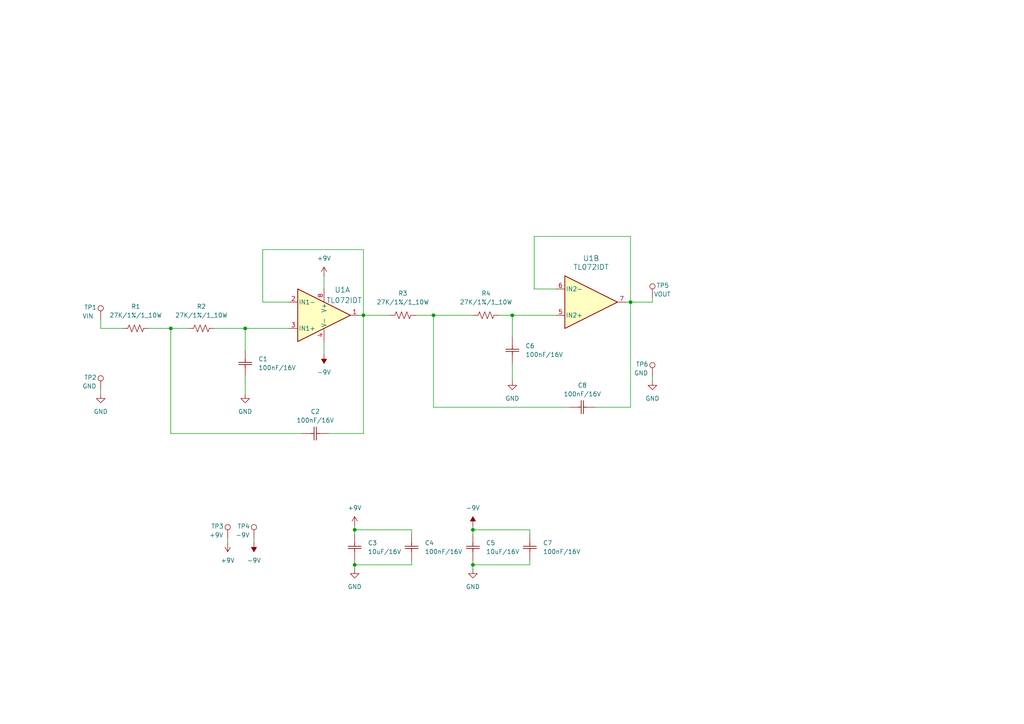
<source format=kicad_sch>
(kicad_sch (version 20231120) (generator "eeschema") (generator_version "8.0")
  (paper "A4")
  (lib_symbols
    (symbol "Connector:TestPoint" (pin_numbers hide) (pin_names (offset 0.762) hide)
      (property "Reference" "TP" (at 0 6.858 0))
      (property "Value" "TestPoint" (at 0 5.08 0))
      (symbol "TestPoint_0_1"
        (circle (center 0 3.302) (radius 0.762))
      )
      (symbol "TestPoint_1_1"
        (pin passive line (at 0 0 90) (length 2.54) (name "1") (number "1"))
      )
    )
    (symbol "charge_battery_sym_lib:Ceramic_Cap_SMD_100nF_16V" (pin_numbers hide) (pin_names hide)
      (property "Reference" "C" (at 1.016 2.794 0))
      (property "Value" "100nF/16V" (at 0.254 5.334 0))
      (symbol "Ceramic_Cap_SMD_100nF_16V_1_1"
        (polyline (pts (xy 1.27 0) (xy 2.2098 0)) (stroke (width 0.2032)))
        (polyline (pts (xy 2.2098 -1.905) (xy 2.2098 1.905)) (stroke (width 0.2032)))
        (polyline (pts (xy 2.8448 -1.905) (xy 2.8448 1.905)) (stroke (width 0.2032)))
        (polyline (pts (xy 2.8448 0) (xy 3.81 0)) (stroke (width 0.2032)))
        (pin unspecified line (at -1.27 0 0) (length 2.54) (name "") (number "1"))
        (pin unspecified line (at 6.35 0 180) (length 2.54) (name "") (number "2"))
      )
    )
    (symbol "charge_battery_sym_lib:Ceramic_Cap_SMD_10uF_16V" (pin_numbers hide) (pin_names hide)
      (property "Reference" "C" (at 2.286 2.794 0))
      (property "Value" "10uF/16V" (at 0.254 5.334 0))
      (symbol "Ceramic_Cap_SMD_10uF_16V_1_1"
        (polyline (pts (xy 2.54 0) (xy 3.4798 0)) (stroke (width 0.2032)))
        (polyline (pts (xy 3.4798 -1.905) (xy 3.4798 1.905)) (stroke (width 0.2032)))
        (polyline (pts (xy 4.1148 -1.905) (xy 4.1148 1.905)) (stroke (width 0.2032)))
        (polyline (pts (xy 4.1148 0) (xy 5.08 0)) (stroke (width 0.2032)))
        (pin unspecified line (at 0 0 0) (length 2.54) (name "") (number "1"))
        (pin unspecified line (at 7.62 0 180) (length 2.54) (name "") (number "2"))
      )
    )
    (symbol "charge_battery_sym_lib:Res_27K_0603_1%" (pin_numbers hide) (pin_names hide)
      (property "Reference" "R" (at 3.556 2.54 0))
      (property "Value" "27K/1%/1_10W" (at 4.064 -2.54 0))
      (symbol "Res_27K_0603_1%_0_1"
        (polyline (pts (xy 1.524 0) (xy 1.27 0)))
        (polyline (pts (xy 6.096 0) (xy 6.35 0)))
        (polyline (pts (xy 1.524 0) (xy 1.905 1.016) (xy 2.286 0) (xy 2.667 -1.016) (xy 3.048 0)))
        (polyline (pts (xy 3.048 0) (xy 3.429 1.016) (xy 3.81 0) (xy 4.191 -1.016) (xy 4.572 0)))
        (polyline (pts (xy 4.572 0) (xy 4.953 1.016) (xy 5.334 0) (xy 5.715 -1.016) (xy 6.096 0)))
      )
      (symbol "Res_27K_0603_1%_1_1"
        (pin passive line (at 0 0 0) (length 1.27) (name "~") (number "1"))
        (pin passive line (at 7.62 0 180) (length 1.27) (name "~") (number "2"))
      )
    )
    (symbol "charge_battery_sym_lib:TL072IDT" (pin_names (offset 0.254))
      (property "Reference" "U" (at 2.032 20.574 0))
      (property "Value" "TL072IDT" (at 2.032 18.034 0))
      (symbol "TL072IDT_1_0"
        (pin input line (at -2.54 11.43 0) (length 2.54) (name "IN1-") (number "2"))
        (pin input line (at -2.54 3.81 0) (length 2.54) (name "IN1+") (number "3"))
      )
      (symbol "TL072IDT_1_1"
        (polyline (pts (xy 0 15.24) (xy 15.24 7.62) (xy 0 0) (xy 0 15.24)) (stroke (width 0.254)) (fill (type background)))
        (pin output line (at 17.78 7.62 180) (length 2.54) (name "~") (number "1"))
        (pin power_in line (at 7.62 0 90) (length 3.81) (name "V-") (number "4"))
        (pin power_in line (at 7.62 15.24 270) (length 3.81) (name "V+") (number "8"))
      )
      (symbol "TL072IDT_2_1"
        (polyline (pts (xy 0 15.24) (xy 15.24 7.62) (xy 0 0) (xy 0 15.24)) (stroke (width 0.254)) (fill (type background)))
        (pin input line (at -2.54 3.81 0) (length 2.54) (name "IN2+") (number "5"))
        (pin input line (at -2.54 11.43 0) (length 2.54) (name "IN2-") (number "6"))
        (pin output line (at 17.78 7.62 180) (length 2.54) (name "~") (number "7"))
      )
    )
    (symbol "power:+9V" (power) (pin_numbers hide) (pin_names (offset 0) hide)
      (property "Value" "+9V" (at 0 3.556 0))
      (symbol "+9V_0_1"
        (polyline (pts (xy -0.762 1.27) (xy 0 2.54)))
        (polyline (pts (xy 0 0) (xy 0 2.54)))
        (polyline (pts (xy 0 2.54) (xy 0.762 1.27)))
      )
      (symbol "+9V_1_1"
        (pin power_in line (at 0 0 90) (length 0) (name "~") (number "1"))
      )
    )
    (symbol "power:-9V" (power) (pin_numbers hide) (pin_names (offset 0) hide)
      (property "Value" "-9V" (at 0 3.556 0))
      (symbol "-9V_0_1"
        (polyline (pts (xy 0 0) (xy 0 2.54)))
        (polyline (pts (xy 0.762 1.27) (xy -0.762 1.27) (xy 0 2.54) (xy 0.762 1.27)) (fill (type outline)))
      )
      (symbol "-9V_1_1"
        (pin power_in line (at 0 0 90) (length 0) (name "~") (number "1"))
      )
    )
    (symbol "power:GND" (power) (pin_numbers hide) (pin_names (offset 0) hide)
      (property "Value" "GND" (at 0 -3.81 0))
      (symbol "GND_0_1"
        (polyline (pts (xy 0 0) (xy 0 -1.27) (xy 1.27 -1.27) (xy 0 -2.54) (xy -1.27 -1.27) (xy 0 -1.27)))
      )
      (symbol "GND_1_1"
        (pin power_in line (at 0 0 270) (length 0) (name "~") (number "1"))
      )
    )
  )
  (junction (at 125.73 91.44))
  (junction (at 49.53 95.25))
  (junction (at 105.41 91.44))
  (junction (at 102.87 163.83))
  (junction (at 71.12 95.25))
  (junction (at 137.16 163.83))
  (junction (at 148.59 91.44))
  (junction (at 182.88 87.63))
  (junction (at 137.16 153.67))
  (junction (at 102.87 153.67))
  (wire (pts (xy 105.41 125.73) (xy 105.41 91.44)))
  (wire (pts (xy 102.87 152.4) (xy 102.87 153.67)))
  (wire (pts (xy 119.38 162.56) (xy 119.38 163.83)))
  (wire (pts (xy 125.73 91.44) (xy 137.16 91.44)))
  (wire (pts (xy 182.88 118.11) (xy 182.88 87.63)))
  (wire (pts (xy 29.21 95.25) (xy 35.56 95.25)))
  (wire (pts (xy 102.87 163.83) (xy 119.38 163.83)))
  (wire (pts (xy 93.98 99.06) (xy 93.98 102.87)))
  (wire (pts (xy 125.73 118.11) (xy 165.1 118.11)))
  (wire (pts (xy 49.53 125.73) (xy 49.53 95.25)))
  (wire (pts (xy 93.98 80.01) (xy 93.98 83.82)))
  (wire (pts (xy 172.72 118.11) (xy 182.88 118.11)))
  (wire (pts (xy 105.41 72.39) (xy 105.41 91.44)))
  (wire (pts (xy 71.12 95.25) (xy 83.82 95.25)))
  (wire (pts (xy 29.21 92.71) (xy 29.21 95.25)))
  (wire (pts (xy 43.18 95.25) (xy 49.53 95.25)))
  (wire (pts (xy 148.59 91.44) (xy 148.59 97.79)))
  (wire (pts (xy 137.16 152.4) (xy 137.16 153.67)))
  (wire (pts (xy 102.87 162.56) (xy 102.87 163.83)))
  (wire (pts (xy 119.38 154.94) (xy 119.38 153.67)))
  (wire (pts (xy 71.12 95.25) (xy 71.12 101.6)))
  (wire (pts (xy 105.41 91.44) (xy 113.03 91.44)))
  (wire (pts (xy 95.25 125.73) (xy 105.41 125.73)))
  (wire (pts (xy 71.12 109.22) (xy 71.12 114.3)))
  (wire (pts (xy 137.16 163.83) (xy 153.67 163.83)))
  (wire (pts (xy 154.94 68.58) (xy 182.88 68.58)))
  (wire (pts (xy 66.04 157.48) (xy 66.04 156.21)))
  (wire (pts (xy 153.67 154.94) (xy 153.67 153.67)))
  (wire (pts (xy 102.87 153.67) (xy 102.87 154.94)))
  (wire (pts (xy 154.94 83.82) (xy 154.94 68.58)))
  (wire (pts (xy 148.59 105.41) (xy 148.59 110.49)))
  (wire (pts (xy 161.29 83.82) (xy 154.94 83.82)))
  (wire (pts (xy 125.73 118.11) (xy 125.73 91.44)))
  (wire (pts (xy 29.21 114.3) (xy 29.21 113.03)))
  (wire (pts (xy 73.66 157.48) (xy 73.66 156.21)))
  (wire (pts (xy 76.2 87.63) (xy 76.2 72.39)))
  (wire (pts (xy 76.2 72.39) (xy 105.41 72.39)))
  (wire (pts (xy 105.41 91.44) (xy 104.14 91.44)))
  (wire (pts (xy 153.67 162.56) (xy 153.67 163.83)))
  (wire (pts (xy 144.78 91.44) (xy 148.59 91.44)))
  (wire (pts (xy 49.53 95.25) (xy 54.61 95.25)))
  (wire (pts (xy 102.87 163.83) (xy 102.87 165.1)))
  (wire (pts (xy 102.87 153.67) (xy 119.38 153.67)))
  (wire (pts (xy 62.23 95.25) (xy 71.12 95.25)))
  (wire (pts (xy 83.82 87.63) (xy 76.2 87.63)))
  (wire (pts (xy 120.65 91.44) (xy 125.73 91.44)))
  (wire (pts (xy 148.59 91.44) (xy 161.29 91.44)))
  (wire (pts (xy 137.16 153.67) (xy 137.16 154.94)))
  (wire (pts (xy 189.23 86.36) (xy 189.23 87.63)))
  (wire (pts (xy 137.16 153.67) (xy 153.67 153.67)))
  (wire (pts (xy 189.23 87.63) (xy 182.88 87.63)))
  (wire (pts (xy 182.88 87.63) (xy 181.61 87.63)))
  (wire (pts (xy 137.16 163.83) (xy 137.16 165.1)))
  (wire (pts (xy 49.53 125.73) (xy 87.63 125.73)))
  (wire (pts (xy 182.88 68.58) (xy 182.88 87.63)))
  (wire (pts (xy 137.16 162.56) (xy 137.16 163.83)))
  (wire (pts (xy 189.23 110.49) (xy 189.23 109.22)))
  (symbol (lib_id "charge_battery_sym_lib:Ceramic_Cap_SMD_100nF_16V") (at 148.59 104.14 90) (unit 1)
    (property "Reference" "C6" (at 152.4 100.3299 90) (effects (justify right)))
    (property "Value" "100nF/16V" (at 152.4 102.8699 90) (effects (justify right)))
    (property "Footprint" "charge_battery_footprint_lib:Ceramic_Cap_0603" (effects (hide yes)))
    (property "Datasheet" "https://www.mouser.vn/datasheet/2/40/KYOCERA_AutoMLCCKAM-3106308.pdf" (effects (hide yes)))
    (property "Description" "10%, 0603 (1608 Metric)" (effects (hide yes)))
    (property "Supply name" "Thegioiic" (effects (hide yes)))
    (property "Supply part number" "Tụ Gốm 0603 100nF (0.1uF) 16V" (effects (hide yes)))
    (property "Supply URL" "https://www.thegioiic.com/tu-gom-0603-100nf-0-1uf-16v" (effects (hide yes)))
  )
  (symbol (lib_id "power:+9V") (at 66.04 157.48 180) (unit 1)
    (property "Reference" "#PWR02" (effects (hide yes)))
    (property "Value" "+9V" (at 66.04 162.56 0))
    (property "Description" "Power symbol creates a global label with name \"+9V\"" (effects (hide yes)))
  )
  (symbol (lib_id "charge_battery_sym_lib:Res_27K_0603_1%") (at 54.61 95.25 0) (unit 1)
    (property "Reference" "R2" (at 58.42 88.9 0))
    (property "Value" "27K/1%/1_10W" (at 58.42 91.44 0))
    (property "Footprint" "charge_battery_footprint_lib:Res_0603" (effects (hide yes)))
    (property "Datasheet" "https://fscdn.rohm.com/en/products/databook/datasheet/passive/resistor/chip_resistor/esr-e.pdf" (effects (hide yes)))
    (property "Description" "Res 27 KOhm 0603 1%" (effects (hide yes)))
    (property "Supply name" "Thegioiic" (effects (hide yes)))
    (property "Supply part number" "Điện Trở 27 KOhm 0603 1%" (effects (hide yes)))
    (property "Supply URL" "https://www.thegioiic.com/dien-tro-27-kohm-0603-1-" (effects (hide yes)))
  )
  (symbol (lib_id "charge_battery_sym_lib:Ceramic_Cap_SMD_100nF_16V") (at 71.12 107.95 90) (unit 1)
    (property "Reference" "C1" (at 74.93 104.1399 90) (effects (justify right)))
    (property "Value" "100nF/16V" (at 74.93 106.6799 90) (effects (justify right)))
    (property "Footprint" "charge_battery_footprint_lib:Ceramic_Cap_0603" (effects (hide yes)))
    (property "Datasheet" "https://www.mouser.vn/datasheet/2/40/KYOCERA_AutoMLCCKAM-3106308.pdf" (effects (hide yes)))
    (property "Description" "10%, 0603 (1608 Metric)" (effects (hide yes)))
    (property "Supply name" "Thegioiic" (effects (hide yes)))
    (property "Supply part number" "Tụ Gốm 0603 100nF (0.1uF) 16V" (effects (hide yes)))
    (property "Supply URL" "https://www.thegioiic.com/tu-gom-0603-100nf-0-1uf-16v" (effects (hide yes)))
  )
  (symbol (lib_id "charge_battery_sym_lib:Ceramic_Cap_SMD_10uF_16V") (at 102.87 162.56 90) (unit 1)
    (property "Reference" "C3" (at 106.68 157.4799 90) (effects (justify right)))
    (property "Value" "10uF/16V" (at 106.68 160.0199 90) (effects (justify right)))
    (property "Footprint" "charge_battery_footprint_lib:Ceramic_Cap_0603" (effects (hide yes)))
    (property "Datasheet" "https://www.mouser.vn/datasheet/2/40/KYOCERA_AutoMLCCKAM-3106308.pdf" (effects (hide yes)))
    (property "Description" "10%, 0603 (1608 Metric)" (effects (hide yes)))
    (property "Supply name" "Thegioiic" (effects (hide yes)))
    (property "Supply part number" "Tụ Gốm 0603 10uF 16V" (effects (hide yes)))
    (property "Supply URL" "https://www.thegioiic.com/tu-gom-0603-10uf-16v" (effects (hide yes)))
  )
  (symbol (lib_id "Connector:TestPoint") (at 29.21 92.71 0) (unit 1)
    (property "Reference" "TP1" (at 24.384 89.154 0) (effects (justify left)))
    (property "Value" "VIN" (at 23.876 91.694 0) (effects (justify left)))
    (property "Footprint" "TestPoint:TestPoint_Pad_2.0x2.0mm" (effects (hide yes)))
    (property "Description" "test point" (effects (hide yes)))
  )
  (symbol (lib_id "charge_battery_sym_lib:Res_27K_0603_1%") (at 35.56 95.25 0) (unit 1)
    (property "Reference" "R1" (at 39.37 88.9 0))
    (property "Value" "27K/1%/1_10W" (at 39.37 91.44 0))
    (property "Footprint" "charge_battery_footprint_lib:Res_0603" (effects (hide yes)))
    (property "Datasheet" "https://fscdn.rohm.com/en/products/databook/datasheet/passive/resistor/chip_resistor/esr-e.pdf" (effects (hide yes)))
    (property "Description" "Res 27 KOhm 0603 1%" (effects (hide yes)))
    (property "Supply name" "Thegioiic" (effects (hide yes)))
    (property "Supply part number" "Điện Trở 27 KOhm 0603 1%" (effects (hide yes)))
    (property "Supply URL" "https://www.thegioiic.com/dien-tro-27-kohm-0603-1-" (effects (hide yes)))
  )
  (symbol (lib_id "Connector:TestPoint") (at 29.21 113.03 0) (unit 1)
    (property "Reference" "TP2" (at 24.384 109.474 0) (effects (justify left)))
    (property "Value" "GND" (at 23.876 112.014 0) (effects (justify left)))
    (property "Footprint" "TestPoint:TestPoint_Pad_2.0x2.0mm" (effects (hide yes)))
    (property "Description" "test point" (effects (hide yes)))
  )
  (symbol (lib_id "power:-9V") (at 137.16 152.4 0) (unit 1)
    (property "Reference" "#PWR09" (effects (hide yes)))
    (property "Value" "-9V" (at 137.16 147.32 0))
    (property "Description" "Power symbol creates a global label with name \"-9V\"" (effects (hide yes)))
  )
  (symbol (lib_id "charge_battery_sym_lib:Ceramic_Cap_SMD_100nF_16V") (at 166.37 118.11 0) (unit 1)
    (property "Reference" "C8" (at 168.91 111.76 0))
    (property "Value" "100nF/16V" (at 168.91 114.3 0))
    (property "Footprint" "charge_battery_footprint_lib:Ceramic_Cap_0603" (effects (hide yes)))
    (property "Datasheet" "https://www.mouser.vn/datasheet/2/40/KYOCERA_AutoMLCCKAM-3106308.pdf" (effects (hide yes)))
    (property "Description" "10%, 0603 (1608 Metric)" (effects (hide yes)))
    (property "Supply name" "Thegioiic" (effects (hide yes)))
    (property "Supply part number" "Tụ Gốm 0603 100nF (0.1uF) 16V" (effects (hide yes)))
    (property "Supply URL" "https://www.thegioiic.com/tu-gom-0603-100nf-0-1uf-16v" (effects (hide yes)))
  )
  (symbol (lib_id "power:GND") (at 137.16 165.1 0) (unit 1)
    (property "Reference" "#PWR010" (effects (hide yes)))
    (property "Value" "GND" (at 137.16 170.18 0))
    (property "Description" "Power symbol creates a global label with name \"GND\" , ground" (effects (hide yes)))
  )
  (symbol (lib_id "charge_battery_sym_lib:Ceramic_Cap_SMD_100nF_16V") (at 153.67 161.29 90) (unit 1)
    (property "Reference" "C7" (at 157.48 157.4799 90) (effects (justify right)))
    (property "Value" "100nF/16V" (at 157.48 160.0199 90) (effects (justify right)))
    (property "Footprint" "charge_battery_footprint_lib:Ceramic_Cap_0603" (effects (hide yes)))
    (property "Datasheet" "https://www.mouser.vn/datasheet/2/40/KYOCERA_AutoMLCCKAM-3106308.pdf" (effects (hide yes)))
    (property "Description" "10%, 0603 (1608 Metric)" (effects (hide yes)))
    (property "Supply name" "Thegioiic" (effects (hide yes)))
    (property "Supply part number" "Tụ Gốm 0603 100nF (0.1uF) 16V" (effects (hide yes)))
    (property "Supply URL" "https://www.thegioiic.com/tu-gom-0603-100nf-0-1uf-16v" (effects (hide yes)))
  )
  (symbol (lib_id "Connector:TestPoint") (at 73.66 156.21 0) (unit 1)
    (property "Reference" "TP4" (at 68.834 152.654 0) (effects (justify left)))
    (property "Value" "-9V" (at 68.326 155.194 0) (effects (justify left)))
    (property "Footprint" "TestPoint:TestPoint_Pad_2.0x2.0mm" (effects (hide yes)))
    (property "Description" "test point" (effects (hide yes)))
  )
  (symbol (lib_id "power:GND") (at 148.59 110.49 0) (unit 1)
    (property "Reference" "#PWR011" (effects (hide yes)))
    (property "Value" "GND" (at 148.59 115.57 0))
    (property "Description" "Power symbol creates a global label with name \"GND\" , ground" (effects (hide yes)))
  )
  (symbol (lib_id "charge_battery_sym_lib:TL072IDT") (at 86.36 99.06 0) (unit 1)
    (property "Reference" "U1" (at 99.314 84.074 0) (effects (font (size 1.524 1.524))))
    (property "Value" "TL072IDT" (at 99.822 87.122 0) (effects (font (size 1.524 1.524))))
    (property "Footprint" "charge_battery_footprint_lib:SOIC-8" (effects (hide yes)))
    (property "Datasheet" "https://www.ti.com/lit/ds/symlink/tl072.pdf?ts=1733638740292&ref_url=https%253A%252F%252Fau.mouser.com%252F" (effects (hide yes)))
    (property "Description" "TL07xx Low-Noise FET-Input Operational Amplifiers" (effects (hide yes)))
    (property "Supply name" "thegioiic" (effects (hide yes)))
    (property "Supply part number" "TL072IDT IC OPAMP J-FET Amplifier 2 Circuit 4 MHz, 8-SOIC" (effects (hide yes)))
    (property "Supply URL" "https://www.thegioiic.com/tl072idt-ic-opamp-j-fet-amplifier-2-circuit-4-mhz-8-soic" (effects (hide yes)))
  )
  (symbol (lib_id "power:+9V") (at 93.98 80.01 0) (unit 1)
    (property "Reference" "#PWR05" (effects (hide yes)))
    (property "Value" "+9V" (at 93.98 74.93 0))
    (property "Description" "Power symbol creates a global label with name \"+9V\"" (effects (hide yes)))
  )
  (symbol (lib_id "charge_battery_sym_lib:Ceramic_Cap_SMD_10uF_16V") (at 137.16 162.56 90) (unit 1)
    (property "Reference" "C5" (at 140.97 157.4799 90) (effects (justify right)))
    (property "Value" "10uF/16V" (at 140.97 160.0199 90) (effects (justify right)))
    (property "Footprint" "charge_battery_footprint_lib:Ceramic_Cap_0603" (effects (hide yes)))
    (property "Datasheet" "https://www.mouser.vn/datasheet/2/40/KYOCERA_AutoMLCCKAM-3106308.pdf" (effects (hide yes)))
    (property "Description" "10%, 0603 (1608 Metric)" (effects (hide yes)))
    (property "Supply name" "Thegioiic" (effects (hide yes)))
    (property "Supply part number" "Tụ Gốm 0603 10uF 16V" (effects (hide yes)))
    (property "Supply URL" "https://www.thegioiic.com/tu-gom-0603-10uf-16v" (effects (hide yes)))
  )
  (symbol (lib_id "charge_battery_sym_lib:TL072IDT") (at 163.83 95.25 0) (unit 2)
    (property "Reference" "U1" (at 171.45 74.93 0) (effects (font (size 1.524 1.524))))
    (property "Value" "TL072IDT" (at 171.45 77.47 0) (effects (font (size 1.524 1.524))))
    (property "Footprint" "charge_battery_footprint_lib:SOIC-8" (effects (hide yes)))
    (property "Datasheet" "https://www.ti.com/lit/ds/symlink/tl072.pdf?ts=1733638740292&ref_url=https%253A%252F%252Fau.mouser.com%252F" (effects (hide yes)))
    (property "Description" "TL07xx Low-Noise FET-Input Operational Amplifiers" (effects (hide yes)))
    (property "Supply name" "thegioiic" (effects (hide yes)))
    (property "Supply part number" "TL072IDT IC OPAMP J-FET Amplifier 2 Circuit 4 MHz, 8-SOIC" (effects (hide yes)))
    (property "Supply URL" "https://www.thegioiic.com/tl072idt-ic-opamp-j-fet-amplifier-2-circuit-4-mhz-8-soic" (effects (hide yes)))
  )
  (symbol (lib_id "charge_battery_sym_lib:Ceramic_Cap_SMD_100nF_16V") (at 119.38 161.29 90) (unit 1)
    (property "Reference" "C4" (at 123.19 157.4799 90) (effects (justify right)))
    (property "Value" "100nF/16V" (at 123.19 160.0199 90) (effects (justify right)))
    (property "Footprint" "charge_battery_footprint_lib:Ceramic_Cap_0603" (effects (hide yes)))
    (property "Datasheet" "https://www.mouser.vn/datasheet/2/40/KYOCERA_AutoMLCCKAM-3106308.pdf" (effects (hide yes)))
    (property "Description" "10%, 0603 (1608 Metric)" (effects (hide yes)))
    (property "Supply name" "Thegioiic" (effects (hide yes)))
    (property "Supply part number" "Tụ Gốm 0603 100nF (0.1uF) 16V" (effects (hide yes)))
    (property "Supply URL" "https://www.thegioiic.com/tu-gom-0603-100nf-0-1uf-16v" (effects (hide yes)))
  )
  (symbol (lib_id "charge_battery_sym_lib:Res_27K_0603_1%") (at 137.16 91.44 0) (unit 1)
    (property "Reference" "R4" (at 140.97 85.09 0))
    (property "Value" "27K/1%/1_10W" (at 140.97 87.63 0))
    (property "Footprint" "charge_battery_footprint_lib:Res_0603" (effects (hide yes)))
    (property "Datasheet" "https://fscdn.rohm.com/en/products/databook/datasheet/passive/resistor/chip_resistor/esr-e.pdf" (effects (hide yes)))
    (property "Description" "Res 27 KOhm 0603 1%" (effects (hide yes)))
    (property "Supply name" "Thegioiic" (effects (hide yes)))
    (property "Supply part number" "Điện Trở 27 KOhm 0603 1%" (effects (hide yes)))
    (property "Supply URL" "https://www.thegioiic.com/dien-tro-27-kohm-0603-1-" (effects (hide yes)))
  )
  (symbol (lib_id "power:GND") (at 29.21 114.3 0) (unit 1)
    (property "Reference" "#PWR01" (effects (hide yes)))
    (property "Value" "GND" (at 29.21 119.38 0))
    (property "Description" "Power symbol creates a global label with name \"GND\" , ground" (effects (hide yes)))
  )
  (symbol (lib_id "power:GND") (at 189.23 110.49 0) (unit 1)
    (property "Reference" "#PWR012" (effects (hide yes)))
    (property "Value" "GND" (at 189.23 115.57 0))
    (property "Description" "Power symbol creates a global label with name \"GND\" , ground" (effects (hide yes)))
  )
  (symbol (lib_id "power:-9V") (at 73.66 157.48 180) (unit 1)
    (property "Reference" "#PWR04" (effects (hide yes)))
    (property "Value" "-9V" (at 73.66 162.56 0))
    (property "Description" "Power symbol creates a global label with name \"-9V\"" (effects (hide yes)))
  )
  (symbol (lib_id "Connector:TestPoint") (at 189.23 86.36 0) (mirror y) (unit 1)
    (property "Reference" "TP5" (at 194.056 82.804 0) (effects (justify left)))
    (property "Value" "VOUT" (at 194.564 85.344 0) (effects (justify left)))
    (property "Footprint" "TestPoint:TestPoint_Pad_2.0x2.0mm" (effects (hide yes)))
    (property "Description" "test point" (effects (hide yes)))
  )
  (symbol (lib_id "power:-9V") (at 93.98 102.87 180) (unit 1)
    (property "Reference" "#PWR06" (effects (hide yes)))
    (property "Value" "-9V" (at 93.98 107.95 0))
    (property "Description" "Power symbol creates a global label with name \"-9V\"" (effects (hide yes)))
  )
  (symbol (lib_id "power:GND") (at 71.12 114.3 0) (unit 1)
    (property "Reference" "#PWR03" (effects (hide yes)))
    (property "Value" "GND" (at 71.12 119.38 0))
    (property "Description" "Power symbol creates a global label with name \"GND\" , ground" (effects (hide yes)))
  )
  (symbol (lib_id "power:GND") (at 102.87 165.1 0) (unit 1)
    (property "Reference" "#PWR08" (effects (hide yes)))
    (property "Value" "GND" (at 102.87 170.18 0))
    (property "Description" "Power symbol creates a global label with name \"GND\" , ground" (effects (hide yes)))
  )
  (symbol (lib_id "Connector:TestPoint") (at 189.23 109.22 0) (unit 1)
    (property "Reference" "TP6" (at 184.404 105.664 0) (effects (justify left)))
    (property "Value" "GND" (at 183.896 108.204 0) (effects (justify left)))
    (property "Footprint" "TestPoint:TestPoint_Pad_2.0x2.0mm" (effects (hide yes)))
    (property "Description" "test point" (effects (hide yes)))
  )
  (symbol (lib_id "charge_battery_sym_lib:Res_27K_0603_1%") (at 113.03 91.44 0) (unit 1)
    (property "Reference" "R3" (at 116.84 85.09 0))
    (property "Value" "27K/1%/1_10W" (at 116.84 87.63 0))
    (property "Footprint" "charge_battery_footprint_lib:Res_0603" (effects (hide yes)))
    (property "Datasheet" "https://fscdn.rohm.com/en/products/databook/datasheet/passive/resistor/chip_resistor/esr-e.pdf" (effects (hide yes)))
    (property "Description" "Res 27 KOhm 0603 1%" (effects (hide yes)))
    (property "Supply name" "Thegioiic" (effects (hide yes)))
    (property "Supply part number" "Điện Trở 27 KOhm 0603 1%" (effects (hide yes)))
    (property "Supply URL" "https://www.thegioiic.com/dien-tro-27-kohm-0603-1-" (effects (hide yes)))
  )
  (symbol (lib_id "Connector:TestPoint") (at 66.04 156.21 0) (unit 1)
    (property "Reference" "TP3" (at 61.214 152.654 0) (effects (justify left)))
    (property "Value" "+9V" (at 60.706 155.194 0) (effects (justify left)))
    (property "Footprint" "TestPoint:TestPoint_Pad_2.0x2.0mm" (effects (hide yes)))
    (property "Description" "test point" (effects (hide yes)))
  )
  (symbol (lib_id "charge_battery_sym_lib:Ceramic_Cap_SMD_100nF_16V") (at 88.9 125.73 0) (unit 1)
    (property "Reference" "C2" (at 91.44 119.38 0))
    (property "Value" "100nF/16V" (at 91.44 121.92 0))
    (property "Footprint" "charge_battery_footprint_lib:Ceramic_Cap_0603" (effects (hide yes)))
    (property "Datasheet" "https://www.mouser.vn/datasheet/2/40/KYOCERA_AutoMLCCKAM-3106308.pdf" (effects (hide yes)))
    (property "Description" "10%, 0603 (1608 Metric)" (effects (hide yes)))
    (property "Supply name" "Thegioiic" (effects (hide yes)))
    (property "Supply part number" "Tụ Gốm 0603 100nF (0.1uF) 16V" (effects (hide yes)))
    (property "Supply URL" "https://www.thegioiic.com/tu-gom-0603-100nf-0-1uf-16v" (effects (hide yes)))
  )
  (symbol (lib_id "power:+9V") (at 102.87 152.4 0) (unit 1)
    (property "Reference" "#PWR07" (effects (hide yes)))
    (property "Value" "+9V" (at 102.87 147.32 0))
    (property "Description" "Power symbol creates a global label with name \"+9V\"" (effects (hide yes)))
  )
)
</source>
